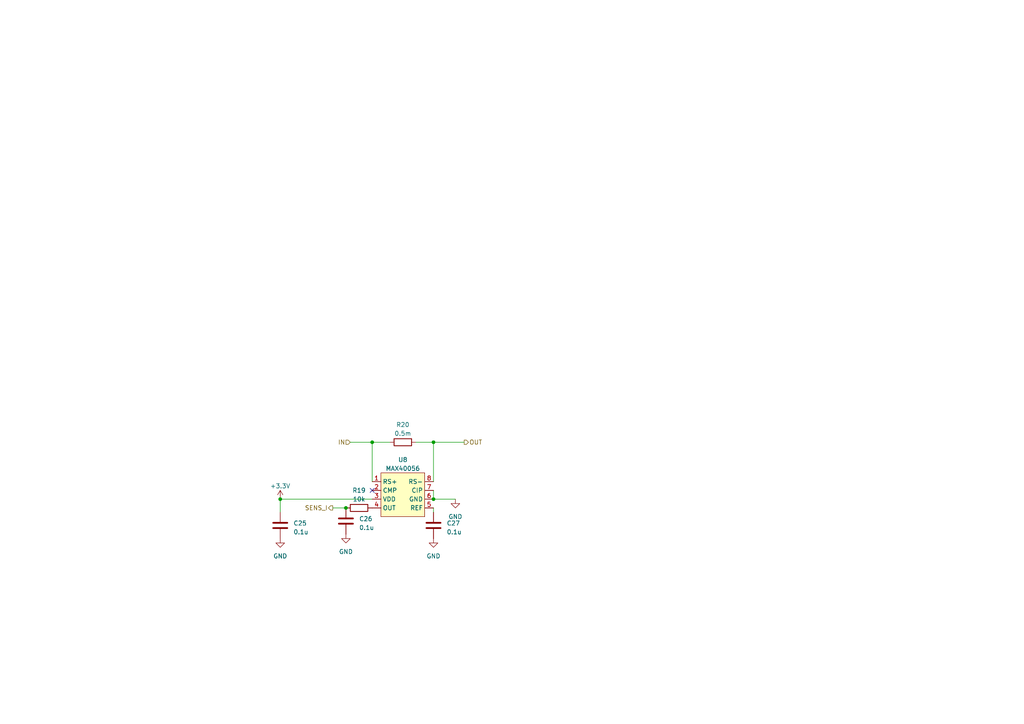
<source format=kicad_sch>
(kicad_sch (version 20230121) (generator eeschema)
  (paper "A4")
  (lib_symbols
    (symbol "Device:C" (pin_numbers hide) (pin_names (offset 0.254))
      (property "Reference" "C" (at 0.635 2.54 0))
      (property "Value" "C" (at 0.635 -2.54 0))
      (symbol "C_0_1"
        (polyline (pts (xy -2.032 -0.762) (xy 2.032 -0.762)) (stroke (width 0.508)))
        (polyline (pts (xy -2.032 0.762) (xy 2.032 0.762)) (stroke (width 0.508)))
      )
      (symbol "C_1_1"
        (pin passive line (at 0 3.81 270) (length 2.794) (name "~") (number "1"))
        (pin passive line (at 0 -3.81 90) (length 2.794) (name "~") (number "2"))
      )
    )
    (symbol "Device:R" (pin_numbers hide) (pin_names (offset 0))
      (property "Reference" "R" (at 2.032 0 90))
      (property "Value" "R" (at 0 0 90))
      (symbol "R_0_1"
        (rectangle (start -1.016 -2.54) (end 1.016 2.54) (stroke (width 0.254)))
      )
      (symbol "R_1_1"
        (pin passive line (at 0 3.81 270) (length 1.27) (name "~") (number "1"))
        (pin passive line (at 0 -3.81 90) (length 1.27) (name "~") (number "2"))
      )
    )
    (symbol "Robocon_Analog:MAX40056"
      (property "Reference" "U" (at 0 0 0))
      (property "Value" "MAX40056" (at 0 0 0))
      (symbol "MAX40056_0_1"
        (rectangle (start -6.35 -1.27) (end 6.35 -13.97) (fill (type background)))
      )
      (symbol "MAX40056_1_1"
        (pin input line (at -8.89 -3.81 0) (length 2.54) (name "RS+") (number "1"))
        (pin output line (at -8.89 -6.35 0) (length 2.54) (name "CMP") (number "2"))
        (pin power_in line (at -8.89 -8.89 0) (length 2.54) (name "VDD") (number "3"))
        (pin output line (at -8.89 -11.43 0) (length 2.54) (name "OUT") (number "4"))
        (pin input line (at 8.89 -11.43 180) (length 2.54) (name "REF") (number "5"))
        (pin power_in line (at 8.89 -8.89 180) (length 2.54) (name "GND") (number "6"))
        (pin input line (at 8.89 -6.35 180) (length 2.54) (name "CIP") (number "7"))
        (pin input line (at 8.89 -3.81 180) (length 2.54) (name "RS-") (number "8"))
      )
    )
    (symbol "power:+3.3V" (power) (pin_names (offset 0))
      (property "Value" "+3.3V" (at 0 3.556 0))
      (symbol "+3.3V_0_1"
        (polyline (pts (xy -0.762 1.27) (xy 0 2.54)))
        (polyline (pts (xy 0 0) (xy 0 2.54)))
        (polyline (pts (xy 0 2.54) (xy 0.762 1.27)))
      )
      (symbol "+3.3V_1_1"
        (pin power_in line (at 0 0 90) (length 0) hide (name "+3.3V") (number "1"))
      )
    )
    (symbol "power:GND" (power) (pin_names (offset 0))
      (property "Value" "GND" (at 0 -3.81 0))
      (symbol "GND_0_1"
        (polyline (pts (xy 0 0) (xy 0 -1.27) (xy 1.27 -1.27) (xy 0 -2.54) (xy -1.27 -1.27) (xy 0 -1.27)))
      )
      (symbol "GND_1_1"
        (pin power_in line (at 0 0 270) (length 0) hide (name "GND") (number "1"))
      )
    )
  )
  (junction (at 100.33 147.32))
  (junction (at 81.28 144.78))
  (junction (at 125.73 128.27))
  (junction (at 107.95 128.27))
  (junction (at 125.73 144.78))
  (no_connect (at 107.95 142.24))
  (wire (pts (xy 107.95 128.27) (xy 107.95 139.7)))
  (wire (pts (xy 81.28 144.78) (xy 81.28 148.59)))
  (wire (pts (xy 96.52 147.32) (xy 100.33 147.32)))
  (wire (pts (xy 125.73 128.27) (xy 134.62 128.27)))
  (wire (pts (xy 120.65 128.27) (xy 125.73 128.27)))
  (wire (pts (xy 81.28 144.78) (xy 107.95 144.78)))
  (wire (pts (xy 101.6 128.27) (xy 107.95 128.27)))
  (wire (pts (xy 125.73 147.32) (xy 125.73 148.59)))
  (wire (pts (xy 125.73 128.27) (xy 125.73 139.7)))
  (wire (pts (xy 125.73 144.78) (xy 132.08 144.78)))
  (wire (pts (xy 125.73 142.24) (xy 125.73 144.78)))
  (wire (pts (xy 107.95 128.27) (xy 113.03 128.27)))
  (hierarchical_label "OUT" (shape output) (at 134.62 128.27 0))
  (hierarchical_label "SENS_I" (shape output) (at 96.52 147.32 180))
  (hierarchical_label "IN" (shape input) (at 101.6 128.27 180))
  (symbol (lib_id "power:GND") (at 125.73 156.21 0) (unit 1)
    (property "Reference" "#PWR058" (effects hide))
    (property "Value" "GND" (at 125.73 161.29 0))
    (instances (project "pcb_motor_driver" (path "" (reference "#PWR058") (unit 1)) (path "" (reference "#PWR063") (unit 1))))
  )
  (symbol (lib_id "power:+3.3V") (at 81.28 144.78 0) (unit 1)
    (property "Reference" "#PWR055" (effects hide))
    (property "Value" "+3.3V" (at 81.28 140.97 0))
    (instances (project "pcb_motor_driver" (path "" (reference "#PWR055") (unit 1)) (path "" (reference "#PWR060") (unit 1))))
  )
  (symbol (lib_id "power:GND") (at 132.08 144.78 0) (unit 1)
    (property "Reference" "#PWR059" (effects hide))
    (property "Value" "GND" (at 132.08 149.86 0))
    (instances (project "pcb_motor_driver" (path "" (reference "#PWR059") (unit 1)) (path "" (reference "#PWR064") (unit 1))))
  )
  (symbol (lib_id "Device:C") (at 100.33 151.13 0) (unit 1)
    (property "Reference" "C26" (at 104.14 150.495 0) (effects (justify left)))
    (property "Value" "0.1u" (at 104.14 153.035 0) (effects (justify left)))
    (property "Footprint" "Capacitor_SMD:C_0603_1608Metric_Pad1.08x0.95mm_HandSolder" (effects hide))
    (instances (project "pcb_motor_driver" (path "" (reference "C26") (unit 1)) (path "" (reference "C29") (unit 1))))
  )
  (symbol (lib_id "Device:C") (at 125.73 152.4 0) (unit 1)
    (property "Reference" "C27" (at 129.54 151.765 0) (effects (justify left)))
    (property "Value" "0.1u" (at 129.54 154.305 0) (effects (justify left)))
    (property "Footprint" "Capacitor_SMD:C_0603_1608Metric_Pad1.08x0.95mm_HandSolder" (effects hide))
    (instances (project "pcb_motor_driver" (path "" (reference "C27") (unit 1)) (path "" (reference "C30") (unit 1))))
  )
  (symbol (lib_id "Device:R") (at 104.14 147.32 90) (unit 1)
    (property "Reference" "R19" (at 104.14 142.24 90))
    (property "Value" "10k" (at 104.14 144.78 90))
    (property "Footprint" "Resistor_SMD:R_0603_1608Metric_Pad0.98x0.95mm_HandSolder" (effects hide))
    (instances (project "pcb_motor_driver" (path "" (reference "R19") (unit 1)) (path "" (reference "R21") (unit 1))))
  )
  (symbol (lib_id "Robocon_Analog:MAX40056") (at 116.84 135.89 0) (unit 1)
    (property "Reference" "U8" (at 116.84 133.35 0))
    (property "Value" "MAX40056" (at 116.84 135.89 0))
    (property "Footprint" "Package_SO:MSOP-8_3x3mm_P0.65mm" (effects hide))
    (instances (project "pcb_motor_driver" (path "" (reference "U8") (unit 1)) (path "" (reference "U9") (unit 1))))
  )
  (symbol (lib_id "Device:C") (at 81.28 152.4 0) (unit 1)
    (property "Reference" "C25" (at 85.09 151.765 0) (effects (justify left)))
    (property "Value" "0.1u" (at 85.09 154.305 0) (effects (justify left)))
    (property "Footprint" "Capacitor_SMD:C_0603_1608Metric_Pad1.08x0.95mm_HandSolder" (effects hide))
    (instances (project "pcb_motor_driver" (path "" (reference "C25") (unit 1)) (path "" (reference "C28") (unit 1))))
  )
  (symbol (lib_id "power:GND") (at 100.33 154.94 0) (unit 1)
    (property "Reference" "#PWR057" (effects hide))
    (property "Value" "GND" (at 100.33 160.02 0))
    (instances (project "pcb_motor_driver" (path "" (reference "#PWR057") (unit 1)) (path "" (reference "#PWR062") (unit 1))))
  )
  (symbol (lib_id "power:GND") (at 81.28 156.21 0) (unit 1)
    (property "Reference" "#PWR056" (effects hide))
    (property "Value" "GND" (at 81.28 161.29 0))
    (instances (project "pcb_motor_driver" (path "" (reference "#PWR056") (unit 1)) (path "" (reference "#PWR061") (unit 1))))
  )
  (symbol (lib_id "Device:R") (at 116.84 128.27 90) (unit 1)
    (property "Reference" "R20" (at 116.84 123.19 90))
    (property "Value" "0.5m" (at 116.84 125.73 90))
    (property "Footprint" "Robocon_Resistor:PU2512" (effects hide))
    (instances (project "pcb_motor_driver" (path "" (reference "R20") (unit 1)) (path "" (reference "R22") (unit 1))))
  )
)
</source>
